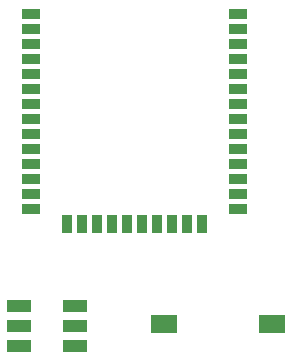
<source format=gbr>
%TF.GenerationSoftware,KiCad,Pcbnew,8.0.4*%
%TF.CreationDate,2024-07-25T09:16:02-04:00*%
%TF.ProjectId,ESP32-WROOM-Socket-Legacy-v2,45535033-322d-4575-924f-4f4d2d536f63,rev?*%
%TF.SameCoordinates,Original*%
%TF.FileFunction,Paste,Top*%
%TF.FilePolarity,Positive*%
%FSLAX46Y46*%
G04 Gerber Fmt 4.6, Leading zero omitted, Abs format (unit mm)*
G04 Created by KiCad (PCBNEW 8.0.4) date 2024-07-25 09:16:02*
%MOMM*%
%LPD*%
G01*
G04 APERTURE LIST*
%ADD10R,2.000000X1.100000*%
%ADD11R,2.180000X1.600000*%
%ADD12R,1.500000X0.900000*%
%ADD13R,0.900000X1.500000*%
G04 APERTURE END LIST*
D10*
%TO.C,D1*%
X150140000Y-105375000D03*
X150140000Y-107075000D03*
X150140000Y-108775000D03*
X154940000Y-108775000D03*
X154940000Y-107075000D03*
X154940000Y-105375000D03*
%TD*%
D11*
%TO.C,SW1*%
X171600000Y-106900000D03*
X162420000Y-106900000D03*
%TD*%
D12*
%TO.C,U1*%
X151210000Y-80690000D03*
X151210000Y-81960000D03*
X151210000Y-83230000D03*
X151210000Y-84500000D03*
X151210000Y-85770000D03*
X151210000Y-87040000D03*
X151210000Y-88310000D03*
X151210000Y-89580000D03*
X151210000Y-90850000D03*
X151210000Y-92120000D03*
X151210000Y-93390000D03*
X151210000Y-94660000D03*
X151210000Y-95930000D03*
X151210000Y-97200000D03*
D13*
X154250000Y-98450000D03*
X155520000Y-98450000D03*
X156790000Y-98450000D03*
X158060000Y-98450000D03*
X159330000Y-98450000D03*
X160600000Y-98450000D03*
X161870000Y-98450000D03*
X163140000Y-98450000D03*
X164410000Y-98450000D03*
X165680000Y-98450000D03*
D12*
X168710000Y-97200000D03*
X168710000Y-95930000D03*
X168710000Y-94660000D03*
X168710000Y-93390000D03*
X168710000Y-92120000D03*
X168710000Y-90850000D03*
X168710000Y-89580000D03*
X168710000Y-88310000D03*
X168710000Y-87040000D03*
X168710000Y-85770000D03*
X168710000Y-84500000D03*
X168710000Y-83230000D03*
X168710000Y-81960000D03*
X168710000Y-80690000D03*
%TD*%
M02*

</source>
